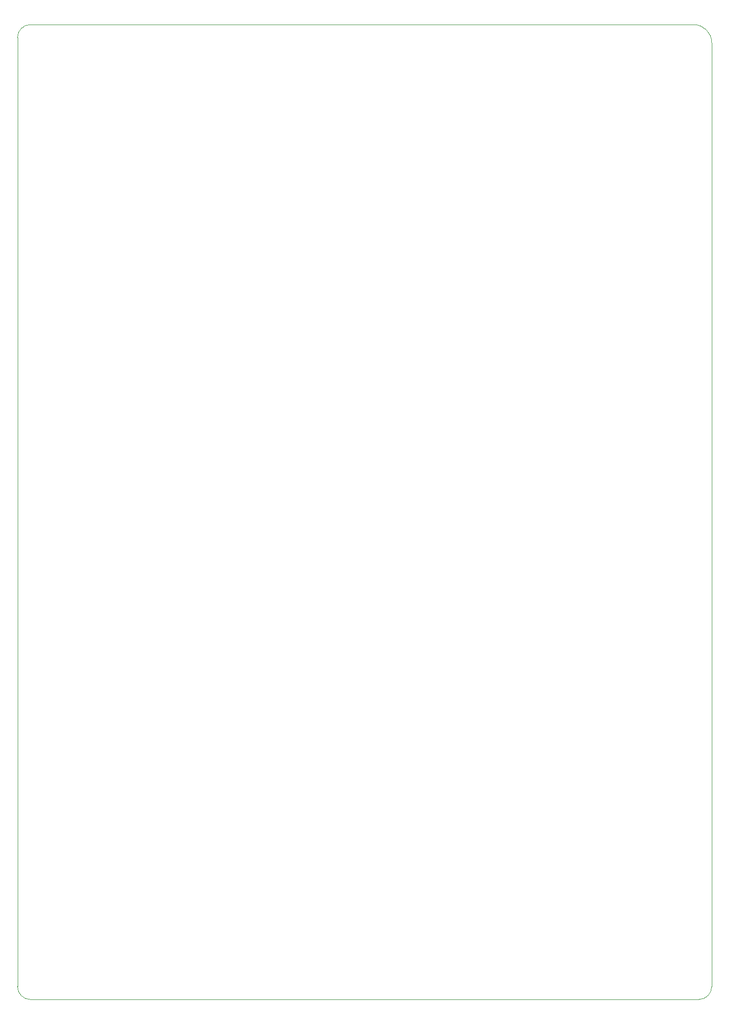
<source format=gbr>
%TF.GenerationSoftware,KiCad,Pcbnew,9.0.7*%
%TF.CreationDate,2026-01-12T17:17:52+03:00*%
%TF.ProjectId,Motor_Driver_Shell_Eco,4d6f746f-725f-4447-9269-7665725f5368,rev?*%
%TF.SameCoordinates,Original*%
%TF.FileFunction,Profile,NP*%
%FSLAX46Y46*%
G04 Gerber Fmt 4.6, Leading zero omitted, Abs format (unit mm)*
G04 Created by KiCad (PCBNEW 9.0.7) date 2026-01-12 17:17:52*
%MOMM*%
%LPD*%
G01*
G04 APERTURE LIST*
%TA.AperFunction,Profile*%
%ADD10C,0.050000*%
%TD*%
G04 APERTURE END LIST*
D10*
X90025000Y-185300000D02*
X90025000Y-21850000D01*
X90025000Y-21850000D02*
G75*
G02*
X92250000Y-19625000I2225000J0D01*
G01*
X209600100Y-185300000D02*
X209600100Y-22750000D01*
X207375100Y-187525000D02*
X92250000Y-187525000D01*
X209600100Y-185300000D02*
G75*
G02*
X207375100Y-187525000I-2225000J0D01*
G01*
X92250000Y-187525000D02*
G75*
G02*
X90025000Y-185300000I0J2225000D01*
G01*
X92250000Y-19625000D02*
X206475000Y-19625000D01*
X206475000Y-19624900D02*
G75*
G02*
X209600100Y-22750000I0J-3125100D01*
G01*
M02*

</source>
